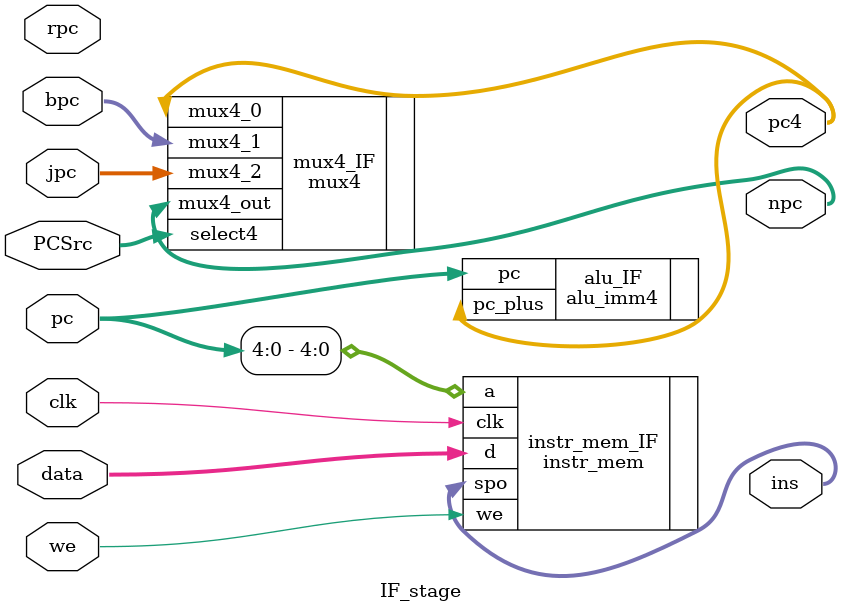
<source format=v>
`timescale 1ns / 1ps
module IF_stage(
	input [31:0]pc, bpc, rpc, jpc,
	input [1:0]PCSrc,
	output [31:0]npc, pc4, ins,
	
	input clk, 
	input [31:0]data,
	input we
);

mux4 mux4_IF(
	.select4(PCSrc),
	.mux4_out(npc),
	.mux4_0(pc4),
	.mux4_1(bpc),
	.mux4_2(rpc),
	.mux4_2(jpc)
);

alu_imm4 alu_IF(
	.pc(pc),
	.pc_plus(pc4)
);

instr_mem instr_mem_IF(
	.a(pc[4:0]),
	.d(data),
	.clk(clk),
	.we(we),
	.spo(ins)
);

endmodule

</source>
